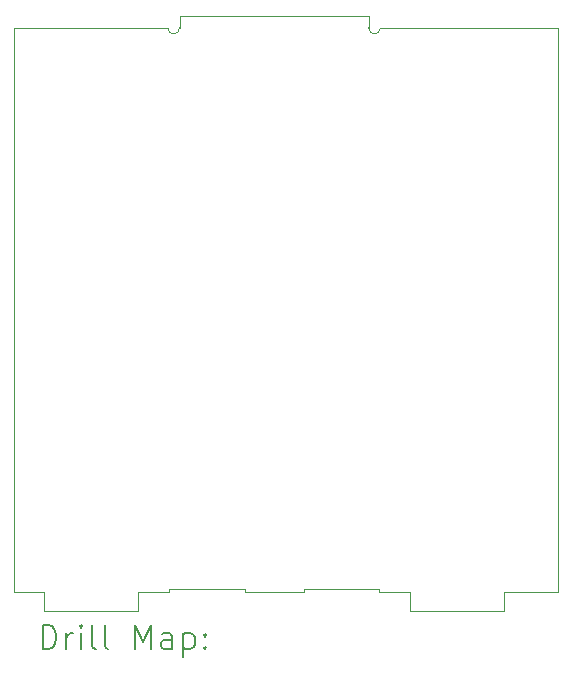
<source format=gbr>
%TF.GenerationSoftware,KiCad,Pcbnew,7.0.2*%
%TF.CreationDate,2023-06-06T15:16:26-04:00*%
%TF.ProjectId,ExternalFaces,45787465-726e-4616-9c46-616365732e6b,rev?*%
%TF.SameCoordinates,Original*%
%TF.FileFunction,Drillmap*%
%TF.FilePolarity,Positive*%
%FSLAX45Y45*%
G04 Gerber Fmt 4.5, Leading zero omitted, Abs format (unit mm)*
G04 Created by KiCad (PCBNEW 7.0.2) date 2023-06-06 15:16:26*
%MOMM*%
%LPD*%
G01*
G04 APERTURE LIST*
%ADD10C,0.100000*%
%ADD11C,0.200000*%
G04 APERTURE END LIST*
D10*
X10650000Y-7280000D02*
X11950000Y-7280000D01*
X12600000Y-12030000D02*
X12600000Y-12060000D01*
X12930000Y-12060000D02*
X13100000Y-12060000D01*
X13650000Y-7180000D02*
X12050000Y-7180000D01*
X10650000Y-12060000D02*
X10650000Y-7280000D01*
X13650000Y-7280000D02*
X13650000Y-7180000D01*
X12050000Y-7180000D02*
X12050000Y-7280000D01*
X14000000Y-12060000D02*
X14000000Y-12220000D01*
X11700000Y-12220000D02*
X10900000Y-12220000D01*
X10800000Y-12060000D02*
X10900000Y-12060000D01*
X14000000Y-12060000D02*
X13740000Y-12060000D01*
X13950000Y-7280000D02*
X13750000Y-7280000D01*
X14900000Y-12060000D02*
X15050000Y-12060000D01*
X11960000Y-12030000D02*
X12000000Y-12030000D01*
X11700000Y-12060000D02*
X11700000Y-12220000D01*
X13100000Y-12030000D02*
X13100000Y-12060000D01*
X11700000Y-12060000D02*
X11960000Y-12060000D01*
X11950000Y-7280000D02*
G75*
G03*
X12050000Y-7280000I50000J0D01*
G01*
X14900000Y-12060000D02*
X14800000Y-12060000D01*
X15050000Y-12060000D02*
X15250000Y-12060000D01*
X12600000Y-12030000D02*
X12000000Y-12030000D01*
X14800000Y-12220000D02*
X14800000Y-12060000D01*
X13740000Y-12030000D02*
X13740000Y-12060000D01*
X10900000Y-12220000D02*
X10900000Y-12060000D01*
X12600000Y-12060000D02*
X12770000Y-12060000D01*
X15250000Y-7280000D02*
X15250000Y-12060000D01*
X10800000Y-12060000D02*
X10650000Y-12060000D01*
X13650000Y-7280000D02*
G75*
G03*
X13750000Y-7280000I50000J0D01*
G01*
X12930000Y-12060000D02*
X12770000Y-12060000D01*
X14000000Y-12220000D02*
X14800000Y-12220000D01*
X11960000Y-12060000D02*
X11960000Y-12030000D01*
X13740000Y-12030000D02*
X13100000Y-12030000D01*
X15250000Y-7280000D02*
X13950000Y-7280000D01*
D11*
X10892619Y-12537524D02*
X10892619Y-12337524D01*
X10892619Y-12337524D02*
X10940238Y-12337524D01*
X10940238Y-12337524D02*
X10968810Y-12347048D01*
X10968810Y-12347048D02*
X10987857Y-12366095D01*
X10987857Y-12366095D02*
X10997381Y-12385143D01*
X10997381Y-12385143D02*
X11006905Y-12423238D01*
X11006905Y-12423238D02*
X11006905Y-12451809D01*
X11006905Y-12451809D02*
X10997381Y-12489905D01*
X10997381Y-12489905D02*
X10987857Y-12508952D01*
X10987857Y-12508952D02*
X10968810Y-12528000D01*
X10968810Y-12528000D02*
X10940238Y-12537524D01*
X10940238Y-12537524D02*
X10892619Y-12537524D01*
X11092619Y-12537524D02*
X11092619Y-12404190D01*
X11092619Y-12442286D02*
X11102143Y-12423238D01*
X11102143Y-12423238D02*
X11111667Y-12413714D01*
X11111667Y-12413714D02*
X11130714Y-12404190D01*
X11130714Y-12404190D02*
X11149762Y-12404190D01*
X11216428Y-12537524D02*
X11216428Y-12404190D01*
X11216428Y-12337524D02*
X11206905Y-12347048D01*
X11206905Y-12347048D02*
X11216428Y-12356571D01*
X11216428Y-12356571D02*
X11225952Y-12347048D01*
X11225952Y-12347048D02*
X11216428Y-12337524D01*
X11216428Y-12337524D02*
X11216428Y-12356571D01*
X11340238Y-12537524D02*
X11321190Y-12528000D01*
X11321190Y-12528000D02*
X11311667Y-12508952D01*
X11311667Y-12508952D02*
X11311667Y-12337524D01*
X11445000Y-12537524D02*
X11425952Y-12528000D01*
X11425952Y-12528000D02*
X11416428Y-12508952D01*
X11416428Y-12508952D02*
X11416428Y-12337524D01*
X11673571Y-12537524D02*
X11673571Y-12337524D01*
X11673571Y-12337524D02*
X11740238Y-12480381D01*
X11740238Y-12480381D02*
X11806905Y-12337524D01*
X11806905Y-12337524D02*
X11806905Y-12537524D01*
X11987857Y-12537524D02*
X11987857Y-12432762D01*
X11987857Y-12432762D02*
X11978333Y-12413714D01*
X11978333Y-12413714D02*
X11959286Y-12404190D01*
X11959286Y-12404190D02*
X11921190Y-12404190D01*
X11921190Y-12404190D02*
X11902143Y-12413714D01*
X11987857Y-12528000D02*
X11968809Y-12537524D01*
X11968809Y-12537524D02*
X11921190Y-12537524D01*
X11921190Y-12537524D02*
X11902143Y-12528000D01*
X11902143Y-12528000D02*
X11892619Y-12508952D01*
X11892619Y-12508952D02*
X11892619Y-12489905D01*
X11892619Y-12489905D02*
X11902143Y-12470857D01*
X11902143Y-12470857D02*
X11921190Y-12461333D01*
X11921190Y-12461333D02*
X11968809Y-12461333D01*
X11968809Y-12461333D02*
X11987857Y-12451809D01*
X12083095Y-12404190D02*
X12083095Y-12604190D01*
X12083095Y-12413714D02*
X12102143Y-12404190D01*
X12102143Y-12404190D02*
X12140238Y-12404190D01*
X12140238Y-12404190D02*
X12159286Y-12413714D01*
X12159286Y-12413714D02*
X12168809Y-12423238D01*
X12168809Y-12423238D02*
X12178333Y-12442286D01*
X12178333Y-12442286D02*
X12178333Y-12499428D01*
X12178333Y-12499428D02*
X12168809Y-12518476D01*
X12168809Y-12518476D02*
X12159286Y-12528000D01*
X12159286Y-12528000D02*
X12140238Y-12537524D01*
X12140238Y-12537524D02*
X12102143Y-12537524D01*
X12102143Y-12537524D02*
X12083095Y-12528000D01*
X12264048Y-12518476D02*
X12273571Y-12528000D01*
X12273571Y-12528000D02*
X12264048Y-12537524D01*
X12264048Y-12537524D02*
X12254524Y-12528000D01*
X12254524Y-12528000D02*
X12264048Y-12518476D01*
X12264048Y-12518476D02*
X12264048Y-12537524D01*
X12264048Y-12413714D02*
X12273571Y-12423238D01*
X12273571Y-12423238D02*
X12264048Y-12432762D01*
X12264048Y-12432762D02*
X12254524Y-12423238D01*
X12254524Y-12423238D02*
X12264048Y-12413714D01*
X12264048Y-12413714D02*
X12264048Y-12432762D01*
M02*

</source>
